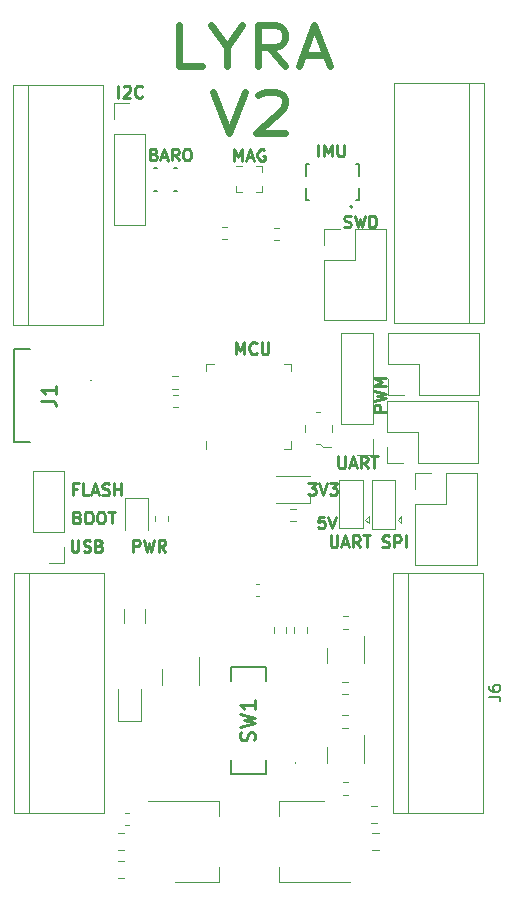
<source format=gbr>
%TF.GenerationSoftware,KiCad,Pcbnew,7.0.5*%
%TF.CreationDate,2023-08-27T23:52:23-07:00*%
%TF.ProjectId,Lyra V2,4c797261-2056-4322-9e6b-696361645f70,rev?*%
%TF.SameCoordinates,Original*%
%TF.FileFunction,Legend,Top*%
%TF.FilePolarity,Positive*%
%FSLAX46Y46*%
G04 Gerber Fmt 4.6, Leading zero omitted, Abs format (unit mm)*
G04 Created by KiCad (PCBNEW 7.0.5) date 2023-08-27 23:52:23*
%MOMM*%
%LPD*%
G01*
G04 APERTURE LIST*
%ADD10C,0.250000*%
%ADD11C,0.600000*%
%ADD12C,0.150000*%
%ADD13C,0.254000*%
%ADD14C,0.120000*%
%ADD15C,0.127000*%
%ADD16C,0.200000*%
%ADD17C,0.071590*%
%ADD18C,0.100000*%
G04 APERTURE END LIST*
D10*
X110155968Y-108398819D02*
X110155968Y-107398819D01*
X110155968Y-107398819D02*
X110536920Y-107398819D01*
X110536920Y-107398819D02*
X110632158Y-107446438D01*
X110632158Y-107446438D02*
X110679777Y-107494057D01*
X110679777Y-107494057D02*
X110727396Y-107589295D01*
X110727396Y-107589295D02*
X110727396Y-107732152D01*
X110727396Y-107732152D02*
X110679777Y-107827390D01*
X110679777Y-107827390D02*
X110632158Y-107875009D01*
X110632158Y-107875009D02*
X110536920Y-107922628D01*
X110536920Y-107922628D02*
X110155968Y-107922628D01*
X111060730Y-107398819D02*
X111298825Y-108398819D01*
X111298825Y-108398819D02*
X111489301Y-107684533D01*
X111489301Y-107684533D02*
X111679777Y-108398819D01*
X111679777Y-108398819D02*
X111917873Y-107398819D01*
X112870253Y-108398819D02*
X112536920Y-107922628D01*
X112298825Y-108398819D02*
X112298825Y-107398819D01*
X112298825Y-107398819D02*
X112679777Y-107398819D01*
X112679777Y-107398819D02*
X112775015Y-107446438D01*
X112775015Y-107446438D02*
X112822634Y-107494057D01*
X112822634Y-107494057D02*
X112870253Y-107589295D01*
X112870253Y-107589295D02*
X112870253Y-107732152D01*
X112870253Y-107732152D02*
X112822634Y-107827390D01*
X112822634Y-107827390D02*
X112775015Y-107875009D01*
X112775015Y-107875009D02*
X112679777Y-107922628D01*
X112679777Y-107922628D02*
X112298825Y-107922628D01*
X111910901Y-74765809D02*
X112053758Y-74813428D01*
X112053758Y-74813428D02*
X112101377Y-74861047D01*
X112101377Y-74861047D02*
X112148996Y-74956285D01*
X112148996Y-74956285D02*
X112148996Y-75099142D01*
X112148996Y-75099142D02*
X112101377Y-75194380D01*
X112101377Y-75194380D02*
X112053758Y-75242000D01*
X112053758Y-75242000D02*
X111958520Y-75289619D01*
X111958520Y-75289619D02*
X111577568Y-75289619D01*
X111577568Y-75289619D02*
X111577568Y-74289619D01*
X111577568Y-74289619D02*
X111910901Y-74289619D01*
X111910901Y-74289619D02*
X112006139Y-74337238D01*
X112006139Y-74337238D02*
X112053758Y-74384857D01*
X112053758Y-74384857D02*
X112101377Y-74480095D01*
X112101377Y-74480095D02*
X112101377Y-74575333D01*
X112101377Y-74575333D02*
X112053758Y-74670571D01*
X112053758Y-74670571D02*
X112006139Y-74718190D01*
X112006139Y-74718190D02*
X111910901Y-74765809D01*
X111910901Y-74765809D02*
X111577568Y-74765809D01*
X112529949Y-75003904D02*
X113006139Y-75003904D01*
X112434711Y-75289619D02*
X112768044Y-74289619D01*
X112768044Y-74289619D02*
X113101377Y-75289619D01*
X114006139Y-75289619D02*
X113672806Y-74813428D01*
X113434711Y-75289619D02*
X113434711Y-74289619D01*
X113434711Y-74289619D02*
X113815663Y-74289619D01*
X113815663Y-74289619D02*
X113910901Y-74337238D01*
X113910901Y-74337238D02*
X113958520Y-74384857D01*
X113958520Y-74384857D02*
X114006139Y-74480095D01*
X114006139Y-74480095D02*
X114006139Y-74622952D01*
X114006139Y-74622952D02*
X113958520Y-74718190D01*
X113958520Y-74718190D02*
X113910901Y-74765809D01*
X113910901Y-74765809D02*
X113815663Y-74813428D01*
X113815663Y-74813428D02*
X113434711Y-74813428D01*
X114625187Y-74289619D02*
X114815663Y-74289619D01*
X114815663Y-74289619D02*
X114910901Y-74337238D01*
X114910901Y-74337238D02*
X115006139Y-74432476D01*
X115006139Y-74432476D02*
X115053758Y-74622952D01*
X115053758Y-74622952D02*
X115053758Y-74956285D01*
X115053758Y-74956285D02*
X115006139Y-75146761D01*
X115006139Y-75146761D02*
X114910901Y-75242000D01*
X114910901Y-75242000D02*
X114815663Y-75289619D01*
X114815663Y-75289619D02*
X114625187Y-75289619D01*
X114625187Y-75289619D02*
X114529949Y-75242000D01*
X114529949Y-75242000D02*
X114434711Y-75146761D01*
X114434711Y-75146761D02*
X114387092Y-74956285D01*
X114387092Y-74956285D02*
X114387092Y-74622952D01*
X114387092Y-74622952D02*
X114434711Y-74432476D01*
X114434711Y-74432476D02*
X114529949Y-74337238D01*
X114529949Y-74337238D02*
X114625187Y-74289619D01*
D11*
X115968944Y-67320467D02*
X114064182Y-67320467D01*
X114064182Y-67320467D02*
X114064182Y-63820467D01*
X118064182Y-65653801D02*
X118064182Y-67320467D01*
X116730849Y-63820467D02*
X118064182Y-65653801D01*
X118064182Y-65653801D02*
X119397516Y-63820467D01*
X123016563Y-67320467D02*
X121683229Y-65653801D01*
X120730848Y-67320467D02*
X120730848Y-63820467D01*
X120730848Y-63820467D02*
X122254658Y-63820467D01*
X122254658Y-63820467D02*
X122635610Y-63987134D01*
X122635610Y-63987134D02*
X122826087Y-64153801D01*
X122826087Y-64153801D02*
X123016563Y-64487134D01*
X123016563Y-64487134D02*
X123016563Y-64987134D01*
X123016563Y-64987134D02*
X122826087Y-65320467D01*
X122826087Y-65320467D02*
X122635610Y-65487134D01*
X122635610Y-65487134D02*
X122254658Y-65653801D01*
X122254658Y-65653801D02*
X120730848Y-65653801D01*
X124540372Y-66320467D02*
X126445134Y-66320467D01*
X124159420Y-67320467D02*
X125492753Y-63820467D01*
X125492753Y-63820467D02*
X126826087Y-67320467D01*
X116921325Y-69455467D02*
X118254658Y-72955467D01*
X118254658Y-72955467D02*
X119587992Y-69455467D01*
X120730848Y-69788801D02*
X120921324Y-69622134D01*
X120921324Y-69622134D02*
X121302277Y-69455467D01*
X121302277Y-69455467D02*
X122254658Y-69455467D01*
X122254658Y-69455467D02*
X122635610Y-69622134D01*
X122635610Y-69622134D02*
X122826086Y-69788801D01*
X122826086Y-69788801D02*
X123016563Y-70122134D01*
X123016563Y-70122134D02*
X123016563Y-70455467D01*
X123016563Y-70455467D02*
X122826086Y-70955467D01*
X122826086Y-70955467D02*
X120540372Y-72955467D01*
X120540372Y-72955467D02*
X123016563Y-72955467D01*
D10*
X105434301Y-105499809D02*
X105577158Y-105547428D01*
X105577158Y-105547428D02*
X105624777Y-105595047D01*
X105624777Y-105595047D02*
X105672396Y-105690285D01*
X105672396Y-105690285D02*
X105672396Y-105833142D01*
X105672396Y-105833142D02*
X105624777Y-105928380D01*
X105624777Y-105928380D02*
X105577158Y-105976000D01*
X105577158Y-105976000D02*
X105481920Y-106023619D01*
X105481920Y-106023619D02*
X105100968Y-106023619D01*
X105100968Y-106023619D02*
X105100968Y-105023619D01*
X105100968Y-105023619D02*
X105434301Y-105023619D01*
X105434301Y-105023619D02*
X105529539Y-105071238D01*
X105529539Y-105071238D02*
X105577158Y-105118857D01*
X105577158Y-105118857D02*
X105624777Y-105214095D01*
X105624777Y-105214095D02*
X105624777Y-105309333D01*
X105624777Y-105309333D02*
X105577158Y-105404571D01*
X105577158Y-105404571D02*
X105529539Y-105452190D01*
X105529539Y-105452190D02*
X105434301Y-105499809D01*
X105434301Y-105499809D02*
X105100968Y-105499809D01*
X106291444Y-105023619D02*
X106481920Y-105023619D01*
X106481920Y-105023619D02*
X106577158Y-105071238D01*
X106577158Y-105071238D02*
X106672396Y-105166476D01*
X106672396Y-105166476D02*
X106720015Y-105356952D01*
X106720015Y-105356952D02*
X106720015Y-105690285D01*
X106720015Y-105690285D02*
X106672396Y-105880761D01*
X106672396Y-105880761D02*
X106577158Y-105976000D01*
X106577158Y-105976000D02*
X106481920Y-106023619D01*
X106481920Y-106023619D02*
X106291444Y-106023619D01*
X106291444Y-106023619D02*
X106196206Y-105976000D01*
X106196206Y-105976000D02*
X106100968Y-105880761D01*
X106100968Y-105880761D02*
X106053349Y-105690285D01*
X106053349Y-105690285D02*
X106053349Y-105356952D01*
X106053349Y-105356952D02*
X106100968Y-105166476D01*
X106100968Y-105166476D02*
X106196206Y-105071238D01*
X106196206Y-105071238D02*
X106291444Y-105023619D01*
X107339063Y-105023619D02*
X107529539Y-105023619D01*
X107529539Y-105023619D02*
X107624777Y-105071238D01*
X107624777Y-105071238D02*
X107720015Y-105166476D01*
X107720015Y-105166476D02*
X107767634Y-105356952D01*
X107767634Y-105356952D02*
X107767634Y-105690285D01*
X107767634Y-105690285D02*
X107720015Y-105880761D01*
X107720015Y-105880761D02*
X107624777Y-105976000D01*
X107624777Y-105976000D02*
X107529539Y-106023619D01*
X107529539Y-106023619D02*
X107339063Y-106023619D01*
X107339063Y-106023619D02*
X107243825Y-105976000D01*
X107243825Y-105976000D02*
X107148587Y-105880761D01*
X107148587Y-105880761D02*
X107100968Y-105690285D01*
X107100968Y-105690285D02*
X107100968Y-105356952D01*
X107100968Y-105356952D02*
X107148587Y-105166476D01*
X107148587Y-105166476D02*
X107243825Y-105071238D01*
X107243825Y-105071238D02*
X107339063Y-105023619D01*
X108053349Y-105023619D02*
X108624777Y-105023619D01*
X108339063Y-106023619D02*
X108339063Y-105023619D01*
X118893568Y-91685619D02*
X118893568Y-90685619D01*
X118893568Y-90685619D02*
X119226901Y-91399904D01*
X119226901Y-91399904D02*
X119560234Y-90685619D01*
X119560234Y-90685619D02*
X119560234Y-91685619D01*
X120607853Y-91590380D02*
X120560234Y-91638000D01*
X120560234Y-91638000D02*
X120417377Y-91685619D01*
X120417377Y-91685619D02*
X120322139Y-91685619D01*
X120322139Y-91685619D02*
X120179282Y-91638000D01*
X120179282Y-91638000D02*
X120084044Y-91542761D01*
X120084044Y-91542761D02*
X120036425Y-91447523D01*
X120036425Y-91447523D02*
X119988806Y-91257047D01*
X119988806Y-91257047D02*
X119988806Y-91114190D01*
X119988806Y-91114190D02*
X120036425Y-90923714D01*
X120036425Y-90923714D02*
X120084044Y-90828476D01*
X120084044Y-90828476D02*
X120179282Y-90733238D01*
X120179282Y-90733238D02*
X120322139Y-90685619D01*
X120322139Y-90685619D02*
X120417377Y-90685619D01*
X120417377Y-90685619D02*
X120560234Y-90733238D01*
X120560234Y-90733238D02*
X120607853Y-90780857D01*
X121036425Y-90685619D02*
X121036425Y-91495142D01*
X121036425Y-91495142D02*
X121084044Y-91590380D01*
X121084044Y-91590380D02*
X121131663Y-91638000D01*
X121131663Y-91638000D02*
X121226901Y-91685619D01*
X121226901Y-91685619D02*
X121417377Y-91685619D01*
X121417377Y-91685619D02*
X121512615Y-91638000D01*
X121512615Y-91638000D02*
X121560234Y-91590380D01*
X121560234Y-91590380D02*
X121607853Y-91495142D01*
X121607853Y-91495142D02*
X121607853Y-90685619D01*
X126877568Y-107039619D02*
X126877568Y-107849142D01*
X126877568Y-107849142D02*
X126925187Y-107944380D01*
X126925187Y-107944380D02*
X126972806Y-107992000D01*
X126972806Y-107992000D02*
X127068044Y-108039619D01*
X127068044Y-108039619D02*
X127258520Y-108039619D01*
X127258520Y-108039619D02*
X127353758Y-107992000D01*
X127353758Y-107992000D02*
X127401377Y-107944380D01*
X127401377Y-107944380D02*
X127448996Y-107849142D01*
X127448996Y-107849142D02*
X127448996Y-107039619D01*
X127877568Y-107753904D02*
X128353758Y-107753904D01*
X127782330Y-108039619D02*
X128115663Y-107039619D01*
X128115663Y-107039619D02*
X128448996Y-108039619D01*
X129353758Y-108039619D02*
X129020425Y-107563428D01*
X128782330Y-108039619D02*
X128782330Y-107039619D01*
X128782330Y-107039619D02*
X129163282Y-107039619D01*
X129163282Y-107039619D02*
X129258520Y-107087238D01*
X129258520Y-107087238D02*
X129306139Y-107134857D01*
X129306139Y-107134857D02*
X129353758Y-107230095D01*
X129353758Y-107230095D02*
X129353758Y-107372952D01*
X129353758Y-107372952D02*
X129306139Y-107468190D01*
X129306139Y-107468190D02*
X129258520Y-107515809D01*
X129258520Y-107515809D02*
X129163282Y-107563428D01*
X129163282Y-107563428D02*
X128782330Y-107563428D01*
X129639473Y-107039619D02*
X130210901Y-107039619D01*
X129925187Y-108039619D02*
X129925187Y-107039619D01*
X131258521Y-107992000D02*
X131401378Y-108039619D01*
X131401378Y-108039619D02*
X131639473Y-108039619D01*
X131639473Y-108039619D02*
X131734711Y-107992000D01*
X131734711Y-107992000D02*
X131782330Y-107944380D01*
X131782330Y-107944380D02*
X131829949Y-107849142D01*
X131829949Y-107849142D02*
X131829949Y-107753904D01*
X131829949Y-107753904D02*
X131782330Y-107658666D01*
X131782330Y-107658666D02*
X131734711Y-107611047D01*
X131734711Y-107611047D02*
X131639473Y-107563428D01*
X131639473Y-107563428D02*
X131448997Y-107515809D01*
X131448997Y-107515809D02*
X131353759Y-107468190D01*
X131353759Y-107468190D02*
X131306140Y-107420571D01*
X131306140Y-107420571D02*
X131258521Y-107325333D01*
X131258521Y-107325333D02*
X131258521Y-107230095D01*
X131258521Y-107230095D02*
X131306140Y-107134857D01*
X131306140Y-107134857D02*
X131353759Y-107087238D01*
X131353759Y-107087238D02*
X131448997Y-107039619D01*
X131448997Y-107039619D02*
X131687092Y-107039619D01*
X131687092Y-107039619D02*
X131829949Y-107087238D01*
X132258521Y-108039619D02*
X132258521Y-107039619D01*
X132258521Y-107039619D02*
X132639473Y-107039619D01*
X132639473Y-107039619D02*
X132734711Y-107087238D01*
X132734711Y-107087238D02*
X132782330Y-107134857D01*
X132782330Y-107134857D02*
X132829949Y-107230095D01*
X132829949Y-107230095D02*
X132829949Y-107372952D01*
X132829949Y-107372952D02*
X132782330Y-107468190D01*
X132782330Y-107468190D02*
X132734711Y-107515809D01*
X132734711Y-107515809D02*
X132639473Y-107563428D01*
X132639473Y-107563428D02*
X132258521Y-107563428D01*
X133258521Y-108039619D02*
X133258521Y-107039619D01*
X131544619Y-96552431D02*
X130544619Y-96552431D01*
X130544619Y-96552431D02*
X130544619Y-96171479D01*
X130544619Y-96171479D02*
X130592238Y-96076241D01*
X130592238Y-96076241D02*
X130639857Y-96028622D01*
X130639857Y-96028622D02*
X130735095Y-95981003D01*
X130735095Y-95981003D02*
X130877952Y-95981003D01*
X130877952Y-95981003D02*
X130973190Y-96028622D01*
X130973190Y-96028622D02*
X131020809Y-96076241D01*
X131020809Y-96076241D02*
X131068428Y-96171479D01*
X131068428Y-96171479D02*
X131068428Y-96552431D01*
X130544619Y-95647669D02*
X131544619Y-95409574D01*
X131544619Y-95409574D02*
X130830333Y-95219098D01*
X130830333Y-95219098D02*
X131544619Y-95028622D01*
X131544619Y-95028622D02*
X130544619Y-94790527D01*
X131544619Y-94409574D02*
X130544619Y-94409574D01*
X130544619Y-94409574D02*
X131258904Y-94076241D01*
X131258904Y-94076241D02*
X130544619Y-93742908D01*
X130544619Y-93742908D02*
X131544619Y-93742908D01*
X126328758Y-105439619D02*
X125852568Y-105439619D01*
X125852568Y-105439619D02*
X125804949Y-105915809D01*
X125804949Y-105915809D02*
X125852568Y-105868190D01*
X125852568Y-105868190D02*
X125947806Y-105820571D01*
X125947806Y-105820571D02*
X126185901Y-105820571D01*
X126185901Y-105820571D02*
X126281139Y-105868190D01*
X126281139Y-105868190D02*
X126328758Y-105915809D01*
X126328758Y-105915809D02*
X126376377Y-106011047D01*
X126376377Y-106011047D02*
X126376377Y-106249142D01*
X126376377Y-106249142D02*
X126328758Y-106344380D01*
X126328758Y-106344380D02*
X126281139Y-106392000D01*
X126281139Y-106392000D02*
X126185901Y-106439619D01*
X126185901Y-106439619D02*
X125947806Y-106439619D01*
X125947806Y-106439619D02*
X125852568Y-106392000D01*
X125852568Y-106392000D02*
X125804949Y-106344380D01*
X126662092Y-105439619D02*
X126995425Y-106439619D01*
X126995425Y-106439619D02*
X127328758Y-105439619D01*
X125827568Y-74939619D02*
X125827568Y-73939619D01*
X126303758Y-74939619D02*
X126303758Y-73939619D01*
X126303758Y-73939619D02*
X126637091Y-74653904D01*
X126637091Y-74653904D02*
X126970424Y-73939619D01*
X126970424Y-73939619D02*
X126970424Y-74939619D01*
X127446615Y-73939619D02*
X127446615Y-74749142D01*
X127446615Y-74749142D02*
X127494234Y-74844380D01*
X127494234Y-74844380D02*
X127541853Y-74892000D01*
X127541853Y-74892000D02*
X127637091Y-74939619D01*
X127637091Y-74939619D02*
X127827567Y-74939619D01*
X127827567Y-74939619D02*
X127922805Y-74892000D01*
X127922805Y-74892000D02*
X127970424Y-74844380D01*
X127970424Y-74844380D02*
X128018043Y-74749142D01*
X128018043Y-74749142D02*
X128018043Y-73939619D01*
X128014949Y-80907000D02*
X128157806Y-80954619D01*
X128157806Y-80954619D02*
X128395901Y-80954619D01*
X128395901Y-80954619D02*
X128491139Y-80907000D01*
X128491139Y-80907000D02*
X128538758Y-80859380D01*
X128538758Y-80859380D02*
X128586377Y-80764142D01*
X128586377Y-80764142D02*
X128586377Y-80668904D01*
X128586377Y-80668904D02*
X128538758Y-80573666D01*
X128538758Y-80573666D02*
X128491139Y-80526047D01*
X128491139Y-80526047D02*
X128395901Y-80478428D01*
X128395901Y-80478428D02*
X128205425Y-80430809D01*
X128205425Y-80430809D02*
X128110187Y-80383190D01*
X128110187Y-80383190D02*
X128062568Y-80335571D01*
X128062568Y-80335571D02*
X128014949Y-80240333D01*
X128014949Y-80240333D02*
X128014949Y-80145095D01*
X128014949Y-80145095D02*
X128062568Y-80049857D01*
X128062568Y-80049857D02*
X128110187Y-80002238D01*
X128110187Y-80002238D02*
X128205425Y-79954619D01*
X128205425Y-79954619D02*
X128443520Y-79954619D01*
X128443520Y-79954619D02*
X128586377Y-80002238D01*
X128919711Y-79954619D02*
X129157806Y-80954619D01*
X129157806Y-80954619D02*
X129348282Y-80240333D01*
X129348282Y-80240333D02*
X129538758Y-80954619D01*
X129538758Y-80954619D02*
X129776854Y-79954619D01*
X130157806Y-80954619D02*
X130157806Y-79954619D01*
X130157806Y-79954619D02*
X130395901Y-79954619D01*
X130395901Y-79954619D02*
X130538758Y-80002238D01*
X130538758Y-80002238D02*
X130633996Y-80097476D01*
X130633996Y-80097476D02*
X130681615Y-80192714D01*
X130681615Y-80192714D02*
X130729234Y-80383190D01*
X130729234Y-80383190D02*
X130729234Y-80526047D01*
X130729234Y-80526047D02*
X130681615Y-80716523D01*
X130681615Y-80716523D02*
X130633996Y-80811761D01*
X130633996Y-80811761D02*
X130538758Y-80907000D01*
X130538758Y-80907000D02*
X130395901Y-80954619D01*
X130395901Y-80954619D02*
X130157806Y-80954619D01*
X124982330Y-102614619D02*
X125601377Y-102614619D01*
X125601377Y-102614619D02*
X125268044Y-102995571D01*
X125268044Y-102995571D02*
X125410901Y-102995571D01*
X125410901Y-102995571D02*
X125506139Y-103043190D01*
X125506139Y-103043190D02*
X125553758Y-103090809D01*
X125553758Y-103090809D02*
X125601377Y-103186047D01*
X125601377Y-103186047D02*
X125601377Y-103424142D01*
X125601377Y-103424142D02*
X125553758Y-103519380D01*
X125553758Y-103519380D02*
X125506139Y-103567000D01*
X125506139Y-103567000D02*
X125410901Y-103614619D01*
X125410901Y-103614619D02*
X125125187Y-103614619D01*
X125125187Y-103614619D02*
X125029949Y-103567000D01*
X125029949Y-103567000D02*
X124982330Y-103519380D01*
X125887092Y-102614619D02*
X126220425Y-103614619D01*
X126220425Y-103614619D02*
X126553758Y-102614619D01*
X126791854Y-102614619D02*
X127410901Y-102614619D01*
X127410901Y-102614619D02*
X127077568Y-102995571D01*
X127077568Y-102995571D02*
X127220425Y-102995571D01*
X127220425Y-102995571D02*
X127315663Y-103043190D01*
X127315663Y-103043190D02*
X127363282Y-103090809D01*
X127363282Y-103090809D02*
X127410901Y-103186047D01*
X127410901Y-103186047D02*
X127410901Y-103424142D01*
X127410901Y-103424142D02*
X127363282Y-103519380D01*
X127363282Y-103519380D02*
X127315663Y-103567000D01*
X127315663Y-103567000D02*
X127220425Y-103614619D01*
X127220425Y-103614619D02*
X126934711Y-103614619D01*
X126934711Y-103614619D02*
X126839473Y-103567000D01*
X126839473Y-103567000D02*
X126791854Y-103519380D01*
X108911368Y-69968619D02*
X108911368Y-68968619D01*
X109339939Y-69063857D02*
X109387558Y-69016238D01*
X109387558Y-69016238D02*
X109482796Y-68968619D01*
X109482796Y-68968619D02*
X109720891Y-68968619D01*
X109720891Y-68968619D02*
X109816129Y-69016238D01*
X109816129Y-69016238D02*
X109863748Y-69063857D01*
X109863748Y-69063857D02*
X109911367Y-69159095D01*
X109911367Y-69159095D02*
X109911367Y-69254333D01*
X109911367Y-69254333D02*
X109863748Y-69397190D01*
X109863748Y-69397190D02*
X109292320Y-69968619D01*
X109292320Y-69968619D02*
X109911367Y-69968619D01*
X110911367Y-69873380D02*
X110863748Y-69921000D01*
X110863748Y-69921000D02*
X110720891Y-69968619D01*
X110720891Y-69968619D02*
X110625653Y-69968619D01*
X110625653Y-69968619D02*
X110482796Y-69921000D01*
X110482796Y-69921000D02*
X110387558Y-69825761D01*
X110387558Y-69825761D02*
X110339939Y-69730523D01*
X110339939Y-69730523D02*
X110292320Y-69540047D01*
X110292320Y-69540047D02*
X110292320Y-69397190D01*
X110292320Y-69397190D02*
X110339939Y-69206714D01*
X110339939Y-69206714D02*
X110387558Y-69111476D01*
X110387558Y-69111476D02*
X110482796Y-69016238D01*
X110482796Y-69016238D02*
X110625653Y-68968619D01*
X110625653Y-68968619D02*
X110720891Y-68968619D01*
X110720891Y-68968619D02*
X110863748Y-69016238D01*
X110863748Y-69016238D02*
X110911367Y-69063857D01*
X105409301Y-103099809D02*
X105075968Y-103099809D01*
X105075968Y-103623619D02*
X105075968Y-102623619D01*
X105075968Y-102623619D02*
X105552158Y-102623619D01*
X106409301Y-103623619D02*
X105933111Y-103623619D01*
X105933111Y-103623619D02*
X105933111Y-102623619D01*
X106695016Y-103337904D02*
X107171206Y-103337904D01*
X106599778Y-103623619D02*
X106933111Y-102623619D01*
X106933111Y-102623619D02*
X107266444Y-103623619D01*
X107552159Y-103576000D02*
X107695016Y-103623619D01*
X107695016Y-103623619D02*
X107933111Y-103623619D01*
X107933111Y-103623619D02*
X108028349Y-103576000D01*
X108028349Y-103576000D02*
X108075968Y-103528380D01*
X108075968Y-103528380D02*
X108123587Y-103433142D01*
X108123587Y-103433142D02*
X108123587Y-103337904D01*
X108123587Y-103337904D02*
X108075968Y-103242666D01*
X108075968Y-103242666D02*
X108028349Y-103195047D01*
X108028349Y-103195047D02*
X107933111Y-103147428D01*
X107933111Y-103147428D02*
X107742635Y-103099809D01*
X107742635Y-103099809D02*
X107647397Y-103052190D01*
X107647397Y-103052190D02*
X107599778Y-103004571D01*
X107599778Y-103004571D02*
X107552159Y-102909333D01*
X107552159Y-102909333D02*
X107552159Y-102814095D01*
X107552159Y-102814095D02*
X107599778Y-102718857D01*
X107599778Y-102718857D02*
X107647397Y-102671238D01*
X107647397Y-102671238D02*
X107742635Y-102623619D01*
X107742635Y-102623619D02*
X107980730Y-102623619D01*
X107980730Y-102623619D02*
X108123587Y-102671238D01*
X108552159Y-103623619D02*
X108552159Y-102623619D01*
X108552159Y-103099809D02*
X109123587Y-103099809D01*
X109123587Y-103623619D02*
X109123587Y-102623619D01*
X127527568Y-100339619D02*
X127527568Y-101149142D01*
X127527568Y-101149142D02*
X127575187Y-101244380D01*
X127575187Y-101244380D02*
X127622806Y-101292000D01*
X127622806Y-101292000D02*
X127718044Y-101339619D01*
X127718044Y-101339619D02*
X127908520Y-101339619D01*
X127908520Y-101339619D02*
X128003758Y-101292000D01*
X128003758Y-101292000D02*
X128051377Y-101244380D01*
X128051377Y-101244380D02*
X128098996Y-101149142D01*
X128098996Y-101149142D02*
X128098996Y-100339619D01*
X128527568Y-101053904D02*
X129003758Y-101053904D01*
X128432330Y-101339619D02*
X128765663Y-100339619D01*
X128765663Y-100339619D02*
X129098996Y-101339619D01*
X130003758Y-101339619D02*
X129670425Y-100863428D01*
X129432330Y-101339619D02*
X129432330Y-100339619D01*
X129432330Y-100339619D02*
X129813282Y-100339619D01*
X129813282Y-100339619D02*
X129908520Y-100387238D01*
X129908520Y-100387238D02*
X129956139Y-100434857D01*
X129956139Y-100434857D02*
X130003758Y-100530095D01*
X130003758Y-100530095D02*
X130003758Y-100672952D01*
X130003758Y-100672952D02*
X129956139Y-100768190D01*
X129956139Y-100768190D02*
X129908520Y-100815809D01*
X129908520Y-100815809D02*
X129813282Y-100863428D01*
X129813282Y-100863428D02*
X129432330Y-100863428D01*
X130289473Y-100339619D02*
X130860901Y-100339619D01*
X130575187Y-101339619D02*
X130575187Y-100339619D01*
X118727568Y-75314619D02*
X118727568Y-74314619D01*
X118727568Y-74314619D02*
X119060901Y-75028904D01*
X119060901Y-75028904D02*
X119394234Y-74314619D01*
X119394234Y-74314619D02*
X119394234Y-75314619D01*
X119822806Y-75028904D02*
X120298996Y-75028904D01*
X119727568Y-75314619D02*
X120060901Y-74314619D01*
X120060901Y-74314619D02*
X120394234Y-75314619D01*
X121251377Y-74362238D02*
X121156139Y-74314619D01*
X121156139Y-74314619D02*
X121013282Y-74314619D01*
X121013282Y-74314619D02*
X120870425Y-74362238D01*
X120870425Y-74362238D02*
X120775187Y-74457476D01*
X120775187Y-74457476D02*
X120727568Y-74552714D01*
X120727568Y-74552714D02*
X120679949Y-74743190D01*
X120679949Y-74743190D02*
X120679949Y-74886047D01*
X120679949Y-74886047D02*
X120727568Y-75076523D01*
X120727568Y-75076523D02*
X120775187Y-75171761D01*
X120775187Y-75171761D02*
X120870425Y-75267000D01*
X120870425Y-75267000D02*
X121013282Y-75314619D01*
X121013282Y-75314619D02*
X121108520Y-75314619D01*
X121108520Y-75314619D02*
X121251377Y-75267000D01*
X121251377Y-75267000D02*
X121298996Y-75219380D01*
X121298996Y-75219380D02*
X121298996Y-74886047D01*
X121298996Y-74886047D02*
X121108520Y-74886047D01*
X104950968Y-107423619D02*
X104950968Y-108233142D01*
X104950968Y-108233142D02*
X104998587Y-108328380D01*
X104998587Y-108328380D02*
X105046206Y-108376000D01*
X105046206Y-108376000D02*
X105141444Y-108423619D01*
X105141444Y-108423619D02*
X105331920Y-108423619D01*
X105331920Y-108423619D02*
X105427158Y-108376000D01*
X105427158Y-108376000D02*
X105474777Y-108328380D01*
X105474777Y-108328380D02*
X105522396Y-108233142D01*
X105522396Y-108233142D02*
X105522396Y-107423619D01*
X105950968Y-108376000D02*
X106093825Y-108423619D01*
X106093825Y-108423619D02*
X106331920Y-108423619D01*
X106331920Y-108423619D02*
X106427158Y-108376000D01*
X106427158Y-108376000D02*
X106474777Y-108328380D01*
X106474777Y-108328380D02*
X106522396Y-108233142D01*
X106522396Y-108233142D02*
X106522396Y-108137904D01*
X106522396Y-108137904D02*
X106474777Y-108042666D01*
X106474777Y-108042666D02*
X106427158Y-107995047D01*
X106427158Y-107995047D02*
X106331920Y-107947428D01*
X106331920Y-107947428D02*
X106141444Y-107899809D01*
X106141444Y-107899809D02*
X106046206Y-107852190D01*
X106046206Y-107852190D02*
X105998587Y-107804571D01*
X105998587Y-107804571D02*
X105950968Y-107709333D01*
X105950968Y-107709333D02*
X105950968Y-107614095D01*
X105950968Y-107614095D02*
X105998587Y-107518857D01*
X105998587Y-107518857D02*
X106046206Y-107471238D01*
X106046206Y-107471238D02*
X106141444Y-107423619D01*
X106141444Y-107423619D02*
X106379539Y-107423619D01*
X106379539Y-107423619D02*
X106522396Y-107471238D01*
X107284301Y-107899809D02*
X107427158Y-107947428D01*
X107427158Y-107947428D02*
X107474777Y-107995047D01*
X107474777Y-107995047D02*
X107522396Y-108090285D01*
X107522396Y-108090285D02*
X107522396Y-108233142D01*
X107522396Y-108233142D02*
X107474777Y-108328380D01*
X107474777Y-108328380D02*
X107427158Y-108376000D01*
X107427158Y-108376000D02*
X107331920Y-108423619D01*
X107331920Y-108423619D02*
X106950968Y-108423619D01*
X106950968Y-108423619D02*
X106950968Y-107423619D01*
X106950968Y-107423619D02*
X107284301Y-107423619D01*
X107284301Y-107423619D02*
X107379539Y-107471238D01*
X107379539Y-107471238D02*
X107427158Y-107518857D01*
X107427158Y-107518857D02*
X107474777Y-107614095D01*
X107474777Y-107614095D02*
X107474777Y-107709333D01*
X107474777Y-107709333D02*
X107427158Y-107804571D01*
X107427158Y-107804571D02*
X107379539Y-107852190D01*
X107379539Y-107852190D02*
X107284301Y-107899809D01*
X107284301Y-107899809D02*
X106950968Y-107899809D01*
D12*
%TO.C,J6*%
X140246419Y-120683933D02*
X140960704Y-120683933D01*
X140960704Y-120683933D02*
X141103561Y-120731552D01*
X141103561Y-120731552D02*
X141198800Y-120826790D01*
X141198800Y-120826790D02*
X141246419Y-120969647D01*
X141246419Y-120969647D02*
X141246419Y-121064885D01*
X140246419Y-119779171D02*
X140246419Y-119969647D01*
X140246419Y-119969647D02*
X140294038Y-120064885D01*
X140294038Y-120064885D02*
X140341657Y-120112504D01*
X140341657Y-120112504D02*
X140484514Y-120207742D01*
X140484514Y-120207742D02*
X140674990Y-120255361D01*
X140674990Y-120255361D02*
X141055942Y-120255361D01*
X141055942Y-120255361D02*
X141151180Y-120207742D01*
X141151180Y-120207742D02*
X141198800Y-120160123D01*
X141198800Y-120160123D02*
X141246419Y-120064885D01*
X141246419Y-120064885D02*
X141246419Y-119874409D01*
X141246419Y-119874409D02*
X141198800Y-119779171D01*
X141198800Y-119779171D02*
X141151180Y-119731552D01*
X141151180Y-119731552D02*
X141055942Y-119683933D01*
X141055942Y-119683933D02*
X140817847Y-119683933D01*
X140817847Y-119683933D02*
X140722609Y-119731552D01*
X140722609Y-119731552D02*
X140674990Y-119779171D01*
X140674990Y-119779171D02*
X140627371Y-119874409D01*
X140627371Y-119874409D02*
X140627371Y-120064885D01*
X140627371Y-120064885D02*
X140674990Y-120160123D01*
X140674990Y-120160123D02*
X140722609Y-120207742D01*
X140722609Y-120207742D02*
X140817847Y-120255361D01*
D13*
%TO.C,SW1*%
X120415842Y-124393333D02*
X120476318Y-124211904D01*
X120476318Y-124211904D02*
X120476318Y-123909523D01*
X120476318Y-123909523D02*
X120415842Y-123788571D01*
X120415842Y-123788571D02*
X120355365Y-123728095D01*
X120355365Y-123728095D02*
X120234413Y-123667618D01*
X120234413Y-123667618D02*
X120113461Y-123667618D01*
X120113461Y-123667618D02*
X119992508Y-123728095D01*
X119992508Y-123728095D02*
X119932032Y-123788571D01*
X119932032Y-123788571D02*
X119871556Y-123909523D01*
X119871556Y-123909523D02*
X119811080Y-124151428D01*
X119811080Y-124151428D02*
X119750603Y-124272380D01*
X119750603Y-124272380D02*
X119690127Y-124332857D01*
X119690127Y-124332857D02*
X119569175Y-124393333D01*
X119569175Y-124393333D02*
X119448222Y-124393333D01*
X119448222Y-124393333D02*
X119327270Y-124332857D01*
X119327270Y-124332857D02*
X119266794Y-124272380D01*
X119266794Y-124272380D02*
X119206318Y-124151428D01*
X119206318Y-124151428D02*
X119206318Y-123849047D01*
X119206318Y-123849047D02*
X119266794Y-123667618D01*
X119206318Y-123244285D02*
X120476318Y-122941904D01*
X120476318Y-122941904D02*
X119569175Y-122699999D01*
X119569175Y-122699999D02*
X120476318Y-122458094D01*
X120476318Y-122458094D02*
X119206318Y-122155714D01*
X120476318Y-121006665D02*
X120476318Y-121732380D01*
X120476318Y-121369523D02*
X119206318Y-121369523D01*
X119206318Y-121369523D02*
X119387746Y-121490475D01*
X119387746Y-121490475D02*
X119508699Y-121611427D01*
X119508699Y-121611427D02*
X119569175Y-121732380D01*
%TO.C,J1*%
X102351918Y-95623732D02*
X103259061Y-95623732D01*
X103259061Y-95623732D02*
X103440489Y-95684209D01*
X103440489Y-95684209D02*
X103561442Y-95805161D01*
X103561442Y-95805161D02*
X103621918Y-95986590D01*
X103621918Y-95986590D02*
X103621918Y-96107542D01*
X103621918Y-94353732D02*
X103621918Y-95079447D01*
X103621918Y-94716590D02*
X102351918Y-94716590D01*
X102351918Y-94716590D02*
X102533346Y-94837542D01*
X102533346Y-94837542D02*
X102654299Y-94958494D01*
X102654299Y-94958494D02*
X102714775Y-95079447D01*
D14*
%TO.C,U6*%
X123531900Y-92487600D02*
X122881900Y-92487600D01*
X116311900Y-92487600D02*
X116961900Y-92487600D01*
X123531900Y-93137600D02*
X123531900Y-92487600D01*
X116311900Y-93137600D02*
X116311900Y-92487600D01*
X123531900Y-99057600D02*
X123531900Y-99707600D01*
X116311900Y-99057600D02*
X116311900Y-99707600D01*
X123531900Y-99707600D02*
X122881900Y-99707600D01*
%TO.C,J5*%
X132207000Y-89027000D02*
X132207000Y-68707000D01*
X139827000Y-89027000D02*
X139827000Y-68707000D01*
X139827000Y-68707000D02*
X132207000Y-68707000D01*
X132207000Y-89027000D02*
X139827000Y-89027000D01*
X138557000Y-68707000D02*
X138557000Y-89027000D01*
%TO.C,J2*%
X107594400Y-68859400D02*
X107594400Y-89179400D01*
X99974400Y-68859400D02*
X99974400Y-89179400D01*
X99974400Y-89179400D02*
X107594400Y-89179400D01*
X107594400Y-68859400D02*
X99974400Y-68859400D01*
X101244400Y-89179400D02*
X101244400Y-68859400D01*
%TO.C,J4*%
X134026600Y-101768600D02*
X135356600Y-101768600D01*
X134026600Y-103098600D02*
X134026600Y-101768600D01*
X134026600Y-104368600D02*
X134026600Y-109508600D01*
X134026600Y-104368600D02*
X136626600Y-104368600D01*
X134026600Y-109508600D02*
X139226600Y-109508600D01*
X136626600Y-101768600D02*
X139226600Y-101768600D01*
X136626600Y-104368600D02*
X136626600Y-101768600D01*
X139226600Y-101768600D02*
X139226600Y-109508600D01*
%TO.C,J10*%
X108499600Y-70450400D02*
X109829600Y-70450400D01*
X108499600Y-71780400D02*
X108499600Y-70450400D01*
X108499600Y-73050400D02*
X108499600Y-80730400D01*
X108499600Y-73050400D02*
X111159600Y-73050400D01*
X108499600Y-80730400D02*
X111159600Y-80730400D01*
X111159600Y-73050400D02*
X111159600Y-80730400D01*
%TO.C,J11*%
X130438200Y-100186800D02*
X129108200Y-100186800D01*
X130438200Y-98856800D02*
X130438200Y-100186800D01*
X130438200Y-97586800D02*
X130438200Y-89906800D01*
X130438200Y-97586800D02*
X127778200Y-97586800D01*
X130438200Y-89906800D02*
X127778200Y-89906800D01*
X127778200Y-97586800D02*
X127778200Y-89906800D01*
%TO.C,R12*%
X123935258Y-105830900D02*
X123460742Y-105830900D01*
X123935258Y-104785900D02*
X123460742Y-104785900D01*
%TO.C,J12*%
X104328400Y-109343999D02*
X102998400Y-109343999D01*
X104328400Y-108013999D02*
X104328400Y-109343999D01*
X104328400Y-106743999D02*
X104328400Y-101603999D01*
X104328400Y-106743999D02*
X101668400Y-106743999D01*
X104328400Y-101603999D02*
X101668400Y-101603999D01*
X101668400Y-106743999D02*
X101668400Y-101603999D01*
%TO.C,D1*%
X108865000Y-122735000D02*
X110785000Y-122735000D01*
X110785000Y-122735000D02*
X110785000Y-120050000D01*
X108865000Y-120050000D02*
X108865000Y-122735000D01*
D15*
%TO.C,U4*%
X111887500Y-75900000D02*
X112180000Y-75900000D01*
X111887500Y-75942500D02*
X111887500Y-75900000D01*
X111887500Y-77900000D02*
X111887500Y-77857500D01*
X111887500Y-77900000D02*
X112180000Y-77900000D01*
X113595000Y-75900000D02*
X113887500Y-75900000D01*
X113887500Y-75900000D02*
X113887500Y-75942500D01*
X113887500Y-77857500D02*
X113887500Y-77900000D01*
X113887500Y-77900000D02*
X113595000Y-77900000D01*
D16*
X113237500Y-75312500D02*
G75*
G03*
X113237500Y-75312500I-100000J0D01*
G01*
D14*
%TO.C,Q3*%
X129660000Y-125637500D02*
X129660000Y-123962500D01*
X129660000Y-125637500D02*
X129660000Y-126287500D01*
X126540000Y-125637500D02*
X126540000Y-124987500D01*
X126540000Y-125637500D02*
X126540000Y-126287500D01*
%TO.C,C14*%
X120841380Y-112143000D02*
X120560220Y-112143000D01*
X120841380Y-111123000D02*
X120560220Y-111123000D01*
%TO.C,U1*%
X111450000Y-129540000D02*
X117460000Y-129540000D01*
X113700000Y-136360000D02*
X117460000Y-136360000D01*
X117460000Y-129540000D02*
X117460000Y-130800000D01*
X117460000Y-136360000D02*
X117460000Y-135100000D01*
%TO.C,U3*%
X118887500Y-75750000D02*
X118887500Y-75750000D01*
X118887500Y-77450000D02*
X118887500Y-77450000D01*
X118887500Y-77950000D02*
X118887500Y-77450000D01*
X119387500Y-75750000D02*
X118887500Y-75750000D01*
X119387500Y-77950000D02*
X118887500Y-77950000D01*
X120587500Y-75750000D02*
X121087500Y-75750000D01*
X120587500Y-77950000D02*
X120587500Y-77950000D01*
X121087500Y-75750000D02*
X121087500Y-76250000D01*
X121087500Y-76250000D02*
X121087500Y-76250000D01*
X121087500Y-77450000D02*
X121087500Y-77950000D01*
X121087500Y-77950000D02*
X120587500Y-77950000D01*
%TO.C,D2*%
X111399200Y-103877400D02*
X109479200Y-103877400D01*
X109479200Y-103877400D02*
X109479200Y-106562400D01*
X111399200Y-106562400D02*
X111399200Y-103877400D01*
%TO.C,R2*%
X127887742Y-113877500D02*
X128362258Y-113877500D01*
X127887742Y-114922500D02*
X128362258Y-114922500D01*
%TO.C,J6*%
X139801600Y-110210600D02*
X132181600Y-110210600D01*
X139801600Y-110210600D02*
X139801600Y-130530600D01*
X132181600Y-110210600D02*
X132181600Y-130530600D01*
X133451600Y-130530600D02*
X133451600Y-110210600D01*
X132181600Y-130530600D02*
X139801600Y-130530600D01*
%TO.C,C4*%
X130288748Y-129915000D02*
X130811252Y-129915000D01*
X130288748Y-131385000D02*
X130811252Y-131385000D01*
%TO.C,R4*%
X128312258Y-120497500D02*
X127837742Y-120497500D01*
X128312258Y-119452500D02*
X127837742Y-119452500D01*
D16*
%TO.C,SW1*%
X118400000Y-127200000D02*
X121400000Y-127200000D01*
X118400000Y-127200000D02*
X118400000Y-126023000D01*
X121400000Y-127200000D02*
X121400000Y-126023000D01*
D17*
X123868000Y-126314000D02*
X123868000Y-126314000D01*
X123868000Y-126242000D02*
X123868000Y-126242000D01*
D16*
X118400000Y-118200000D02*
X118400000Y-119377000D01*
X121400000Y-118200000D02*
X121400000Y-119377000D01*
X121400000Y-118200000D02*
X118400000Y-118200000D01*
D17*
X123868000Y-126242000D02*
G75*
G03*
X123868000Y-126314000I0J-36000D01*
G01*
X123868000Y-126314000D02*
G75*
G03*
X123868000Y-126242000I0J36000D01*
G01*
D14*
%TO.C,R10*%
X123802500Y-115262258D02*
X123802500Y-114787742D01*
X124847500Y-115262258D02*
X124847500Y-114787742D01*
%TO.C,J3*%
X107721400Y-110185200D02*
X100101400Y-110185200D01*
X107721400Y-110185200D02*
X107721400Y-130505200D01*
X100101400Y-110185200D02*
X100101400Y-130505200D01*
X101371400Y-130505200D02*
X101371400Y-110185200D01*
X100101400Y-130505200D02*
X107721400Y-130505200D01*
%TO.C,R3*%
X127837742Y-122277500D02*
X128312258Y-122277500D01*
X127837742Y-123322500D02*
X128312258Y-123322500D01*
%TO.C,X1*%
X126953200Y-97658400D02*
X126953200Y-98298400D01*
X126223200Y-99538400D02*
X126913200Y-99538400D01*
X126013200Y-96618400D02*
X125673200Y-96618400D01*
X126003200Y-99338400D02*
X125673200Y-99338400D01*
X124733200Y-97658400D02*
X124733200Y-98298400D01*
X126003200Y-99338400D02*
G75*
G03*
X126223200Y-99538399I310001J120002D01*
G01*
%TO.C,Q1*%
X115685000Y-119037500D02*
X115685000Y-117362500D01*
X115685000Y-119037500D02*
X115685000Y-119687500D01*
X112565000Y-119037500D02*
X112565000Y-118387500D01*
X112565000Y-119037500D02*
X112565000Y-119687500D01*
%TO.C,R18*%
X122512858Y-82056500D02*
X122038342Y-82056500D01*
X122512858Y-81011500D02*
X122038342Y-81011500D01*
%TO.C,U2*%
X128550000Y-136360000D02*
X122540000Y-136360000D01*
X126300000Y-129540000D02*
X122540000Y-129540000D01*
X122540000Y-136360000D02*
X122540000Y-135100000D01*
X122540000Y-129540000D02*
X122540000Y-130800000D01*
%TO.C,C8*%
X130413748Y-132240000D02*
X130936252Y-132240000D01*
X130413748Y-133710000D02*
X130936252Y-133710000D01*
%TO.C,JP4*%
X127600000Y-106450000D02*
X127600000Y-102350000D01*
X129600000Y-106450000D02*
X127600000Y-106450000D01*
X130100000Y-106000000D02*
X130100000Y-105400000D01*
X129800000Y-105700000D02*
X130100000Y-106000000D01*
X129800000Y-105700000D02*
X130100000Y-105400000D01*
X127600000Y-102350000D02*
X129600000Y-102350000D01*
X129600000Y-102350000D02*
X129600000Y-106450000D01*
D15*
%TO.C,U7*%
X129250000Y-78600000D02*
X129000000Y-78600000D01*
X129250000Y-77600000D02*
X129250000Y-78600000D01*
X129250000Y-75600000D02*
X129250000Y-76600000D01*
X129000000Y-75600000D02*
X129250000Y-75600000D01*
X124750000Y-78600000D02*
X125000000Y-78600000D01*
X124750000Y-77600000D02*
X124750000Y-78600000D01*
X124750000Y-76600000D02*
X124750000Y-75600000D01*
X124750000Y-75600000D02*
X125000000Y-75600000D01*
D16*
X128729000Y-79200000D02*
G75*
G03*
X128729000Y-79200000I-100000J0D01*
G01*
D14*
%TO.C,R1*%
X112016700Y-105837158D02*
X112016700Y-105362642D01*
X113061700Y-105837158D02*
X113061700Y-105362642D01*
%TO.C,C3*%
X109765580Y-131585000D02*
X109484420Y-131585000D01*
X109765580Y-130565000D02*
X109484420Y-130565000D01*
%TO.C,C2*%
X109361252Y-133685000D02*
X108838748Y-133685000D01*
X109361252Y-132215000D02*
X108838748Y-132215000D01*
%TO.C,R17*%
X117644142Y-80909900D02*
X118118658Y-80909900D01*
X117644142Y-81954900D02*
X118118658Y-81954900D01*
%TO.C,D3*%
X125134600Y-104290600D02*
X122234600Y-104290600D01*
X125134600Y-103690600D02*
X125134600Y-104290600D01*
X125134600Y-101990600D02*
X122234600Y-101990600D01*
D18*
%TO.C,J1*%
X106622600Y-93900400D02*
G75*
G03*
X106522600Y-93900400I-50000J0D01*
G01*
X106522600Y-93900400D02*
G75*
G03*
X106622600Y-93900400I50000J0D01*
G01*
D16*
X100037600Y-99130400D02*
X101422600Y-99130400D01*
D18*
X106522600Y-93900400D02*
X106522600Y-93900400D01*
X106622600Y-93900400D02*
X106622600Y-93900400D01*
D16*
X100037600Y-91270400D02*
X100037600Y-99130400D01*
X101422600Y-91270400D02*
X100037600Y-91270400D01*
D14*
%TO.C,R15*%
X113500942Y-95121100D02*
X113975458Y-95121100D01*
X113500942Y-96166100D02*
X113975458Y-96166100D01*
%TO.C,J9*%
X131639000Y-100872600D02*
X131639000Y-99542600D01*
X132969000Y-100872600D02*
X131639000Y-100872600D01*
X134239000Y-100872600D02*
X139379000Y-100872600D01*
X134239000Y-100872600D02*
X134239000Y-98272600D01*
X139379000Y-100872600D02*
X139379000Y-95672600D01*
X131639000Y-98272600D02*
X131639000Y-95672600D01*
X134239000Y-98272600D02*
X131639000Y-98272600D01*
X131639000Y-95672600D02*
X139379000Y-95672600D01*
%TO.C,J7*%
X126330000Y-81090000D02*
X127660000Y-81090000D01*
X126330000Y-82420000D02*
X126330000Y-81090000D01*
X126330000Y-83690000D02*
X126330000Y-88830000D01*
X126330000Y-83690000D02*
X128930000Y-83690000D01*
X126330000Y-88830000D02*
X131530000Y-88830000D01*
X128930000Y-81090000D02*
X131530000Y-81090000D01*
X128930000Y-83690000D02*
X128930000Y-81090000D01*
X131530000Y-81090000D02*
X131530000Y-88830000D01*
%TO.C,C1*%
X109361252Y-136035000D02*
X108838748Y-136035000D01*
X109361252Y-134565000D02*
X108838748Y-134565000D01*
%TO.C,F1*%
X109365000Y-114452064D02*
X109365000Y-113247936D01*
X111185000Y-114452064D02*
X111185000Y-113247936D01*
%TO.C,Q2*%
X129685000Y-117212500D02*
X129685000Y-115537500D01*
X129685000Y-117212500D02*
X129685000Y-117862500D01*
X126565000Y-117212500D02*
X126565000Y-116562500D01*
X126565000Y-117212500D02*
X126565000Y-117862500D01*
%TO.C,J8*%
X131715200Y-95106800D02*
X131715200Y-93776800D01*
X133045200Y-95106800D02*
X131715200Y-95106800D01*
X134315200Y-95106800D02*
X139455200Y-95106800D01*
X134315200Y-95106800D02*
X134315200Y-92506800D01*
X139455200Y-95106800D02*
X139455200Y-89906800D01*
X131715200Y-92506800D02*
X131715200Y-89906800D01*
X134315200Y-92506800D02*
X131715200Y-92506800D01*
X131715200Y-89906800D02*
X139455200Y-89906800D01*
%TO.C,JP3*%
X130350000Y-106475000D02*
X130350000Y-102375000D01*
X132350000Y-106475000D02*
X130350000Y-106475000D01*
X132850000Y-106025000D02*
X132850000Y-105425000D01*
X132550000Y-105725000D02*
X132850000Y-106025000D01*
X132550000Y-105725000D02*
X132850000Y-105425000D01*
X130350000Y-102375000D02*
X132350000Y-102375000D01*
X132350000Y-102375000D02*
X132350000Y-106475000D01*
%TO.C,R5*%
X128362258Y-128997500D02*
X127887742Y-128997500D01*
X128362258Y-127952500D02*
X127887742Y-127952500D01*
%TO.C,R16*%
X113953058Y-94604100D02*
X113478542Y-94604100D01*
X113953058Y-93559100D02*
X113478542Y-93559100D01*
%TO.C,R11*%
X123097500Y-114812742D02*
X123097500Y-115287258D01*
X122052500Y-114812742D02*
X122052500Y-115287258D01*
%TD*%
M02*

</source>
